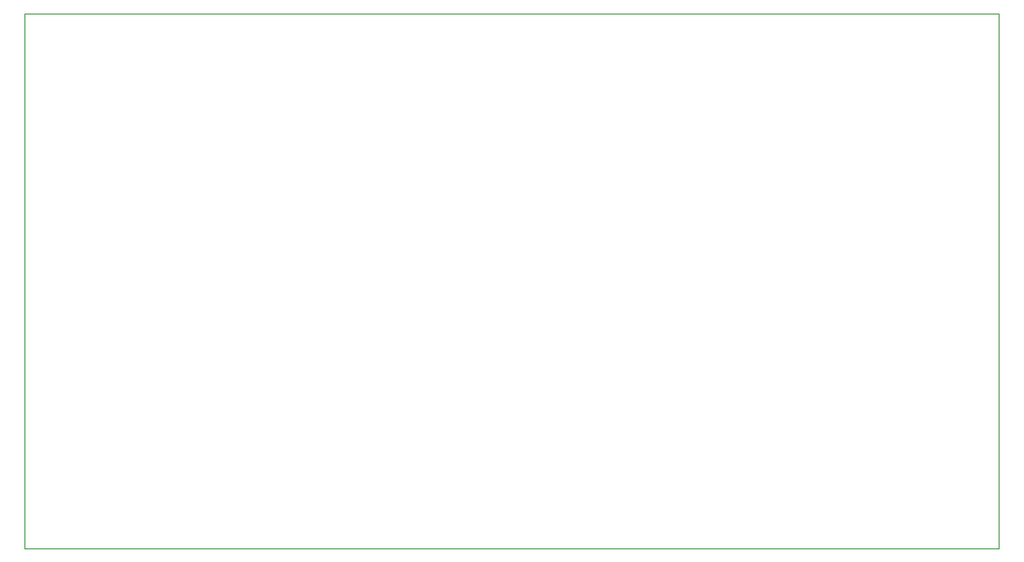
<source format=gbr>
%TF.GenerationSoftware,KiCad,Pcbnew,7.0.6*%
%TF.CreationDate,2024-06-09T16:47:23+02:00*%
%TF.ProjectId,nRF52832_visitcard,6e524635-3238-4333-925f-766973697463,v0.1*%
%TF.SameCoordinates,Original*%
%TF.FileFunction,Profile,NP*%
%FSLAX46Y46*%
G04 Gerber Fmt 4.6, Leading zero omitted, Abs format (unit mm)*
G04 Created by KiCad (PCBNEW 7.0.6) date 2024-06-09 16:47:23*
%MOMM*%
%LPD*%
G01*
G04 APERTURE LIST*
%TA.AperFunction,Profile*%
%ADD10C,0.100000*%
%TD*%
G04 APERTURE END LIST*
D10*
X100000000Y-80000000D02*
X191000000Y-80000000D01*
X191000000Y-130000000D01*
X100000000Y-130000000D01*
X100000000Y-80000000D01*
M02*

</source>
